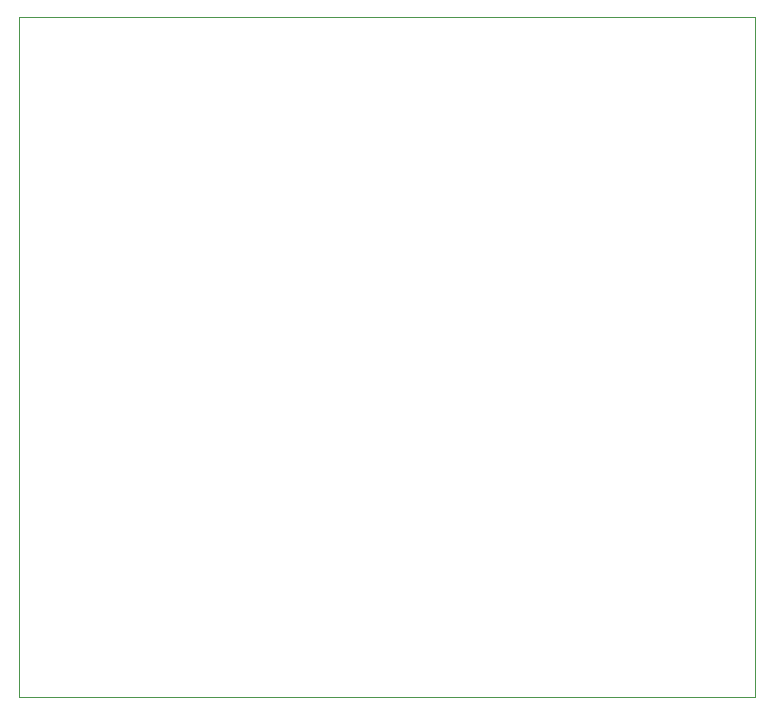
<source format=gbr>
G04 #@! TF.GenerationSoftware,KiCad,Pcbnew,(5.1.4-0-10_14)*
G04 #@! TF.CreationDate,2020-05-08T13:11:59-04:00*
G04 #@! TF.ProjectId,balancebot,62616c61-6e63-4656-926f-742e6b696361,0.4.5*
G04 #@! TF.SameCoordinates,Original*
G04 #@! TF.FileFunction,Profile,NP*
%FSLAX46Y46*%
G04 Gerber Fmt 4.6, Leading zero omitted, Abs format (unit mm)*
G04 Created by KiCad (PCBNEW (5.1.4-0-10_14)) date 2020-05-08 13:11:59*
%MOMM*%
%LPD*%
G04 APERTURE LIST*
%ADD10C,0.050000*%
G04 APERTURE END LIST*
D10*
X107442000Y-107950000D02*
X169799000Y-107950000D01*
X168529000Y-50419000D02*
X169799000Y-50419000D01*
X107442000Y-50419000D02*
X107442000Y-107950000D01*
X167259000Y-50419000D02*
X107442000Y-50419000D01*
X168529000Y-50419000D02*
X167259000Y-50419000D01*
X169799000Y-107950000D02*
X169799000Y-50419000D01*
M02*

</source>
